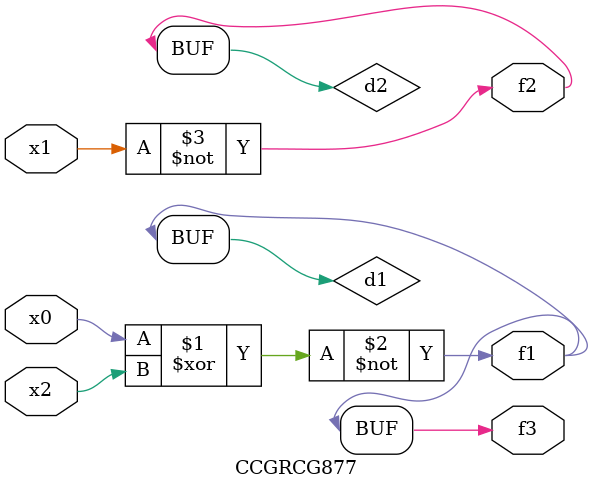
<source format=v>
module CCGRCG877(
	input x0, x1, x2,
	output f1, f2, f3
);

	wire d1, d2, d3;

	xnor (d1, x0, x2);
	nand (d2, x1);
	nor (d3, x1, x2);
	assign f1 = d1;
	assign f2 = d2;
	assign f3 = d1;
endmodule

</source>
